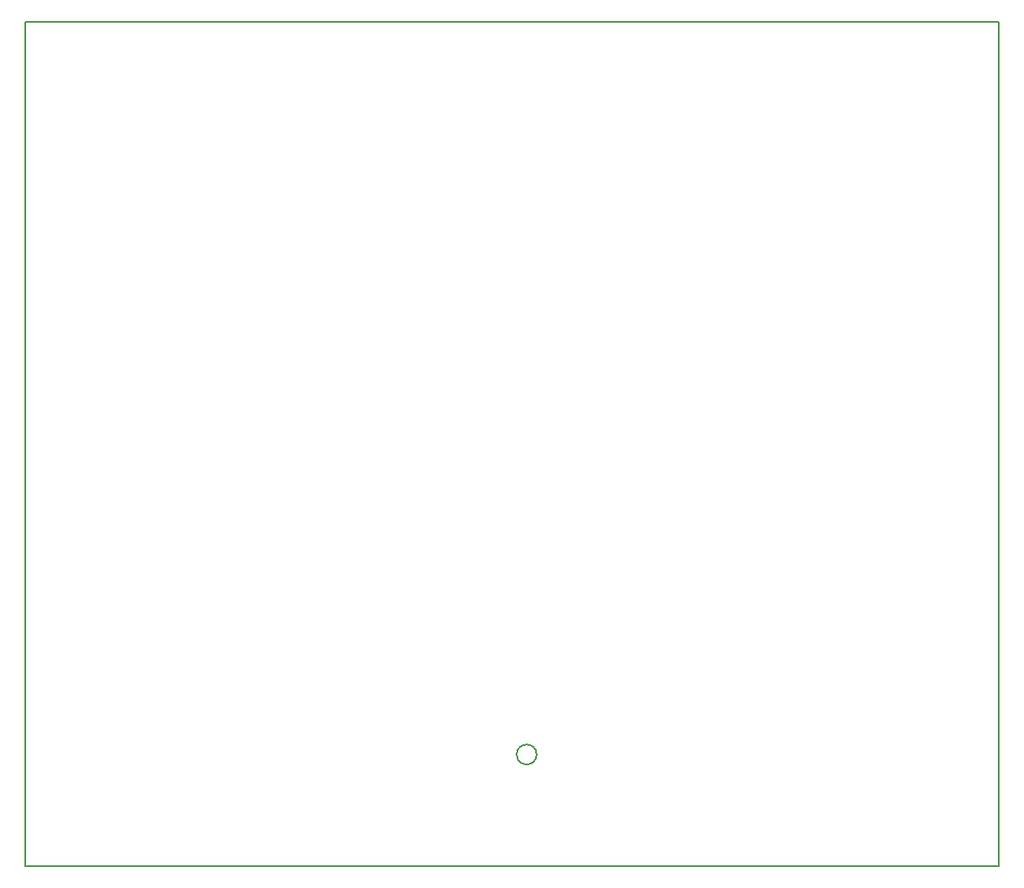
<source format=gko>
%FSLAX25Y25*%
%MOIN*%
G70*
G01*
G75*
G04 Layer_Color=16711935*
%ADD10R,0.05906X0.00984*%
%ADD11R,0.03500X0.03500*%
%ADD12R,0.03937X0.03150*%
%ADD13R,0.05118X0.03937*%
%ADD14R,0.05906X0.03937*%
%ADD15R,0.03937X0.07087*%
%ADD16R,0.03500X0.03500*%
%ADD17R,0.03937X0.05118*%
%ADD18R,0.05906X0.07087*%
%ADD19R,0.03543X0.03740*%
%ADD20R,0.03543X0.03740*%
%ADD21R,0.00984X0.05906*%
%ADD22R,0.00787X0.04724*%
%ADD23R,0.03150X0.02362*%
%ADD24R,0.05512X0.01969*%
%ADD25R,0.05512X0.05512*%
%ADD26C,0.01969*%
%ADD27C,0.01181*%
%ADD28C,0.03937*%
%ADD29C,0.00787*%
%ADD30C,0.01000*%
%ADD31C,0.05512*%
%ADD32R,0.05512X0.05512*%
%ADD33R,0.05906X0.05906*%
%ADD34C,0.05906*%
%ADD35C,0.05512*%
%ADD36C,0.11024*%
%ADD37C,0.12598*%
%ADD38R,0.05906X0.05906*%
%ADD39O,0.07874X0.15748*%
%ADD40C,0.05906*%
%ADD41O,0.15748X0.07874*%
%ADD42O,0.07874X0.17716*%
%ADD43C,0.03937*%
%ADD44C,0.00591*%
%ADD45C,0.00984*%
%ADD46C,0.00600*%
%ADD47C,0.00598*%
%ADD48C,0.00591*%
%ADD49C,0.00394*%
%ADD50R,0.06000X0.01811*%
%ADD51R,0.02000X0.02500*%
%ADD52R,0.04000X0.02811*%
%ADD53R,0.06706X0.01784*%
%ADD54R,0.04300X0.04300*%
%ADD55R,0.04737X0.03950*%
%ADD56R,0.05918X0.04737*%
%ADD57R,0.06706X0.04737*%
%ADD58R,0.04737X0.07887*%
%ADD59R,0.04300X0.04300*%
%ADD60R,0.04737X0.05918*%
%ADD61R,0.06706X0.07887*%
%ADD62R,0.04343X0.04540*%
%ADD63R,0.04343X0.04540*%
%ADD64R,0.01784X0.06706*%
%ADD65R,0.01587X0.05524*%
%ADD66R,0.03950X0.03162*%
%ADD67R,0.06312X0.02769*%
%ADD68R,0.06312X0.06312*%
%ADD69C,0.06312*%
%ADD70R,0.06312X0.06312*%
%ADD71R,0.06706X0.06706*%
%ADD72C,0.06706*%
%ADD73C,0.06312*%
%ADD74C,0.11824*%
%ADD75C,0.13398*%
%ADD76R,0.06706X0.06706*%
%ADD77O,0.08674X0.16548*%
%ADD78C,0.06706*%
%ADD79O,0.16548X0.08674*%
%ADD80O,0.08674X0.18517*%
%ADD81C,0.04737*%
D48*
X202630Y-290394D02*
G03*
X202630Y-290394I-3937J0D01*
G01*
X0Y-334646D02*
X385827D01*
Y0D01*
X0Y-334646D02*
Y0D01*
X385827D01*
M02*

</source>
